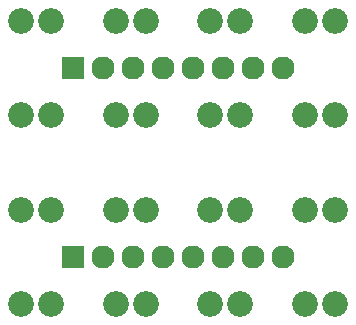
<source format=gts>
G04 (created by PCBNEW-RS274X (2011-aug-04)-testing) date Tue 12 Feb 2013 02:33:29 PM PST*
G01*
G70*
G90*
%MOIN*%
G04 Gerber Fmt 3.4, Leading zero omitted, Abs format*
%FSLAX34Y34*%
G04 APERTURE LIST*
%ADD10C,0.006000*%
%ADD11C,0.086000*%
%ADD12C,0.077000*%
%ADD13R,0.077000X0.077000*%
G04 APERTURE END LIST*
G54D10*
G54D11*
X30524Y-31024D03*
X31524Y-31024D03*
X27374Y-31024D03*
X28374Y-31024D03*
X24224Y-31024D03*
X25224Y-31024D03*
X21075Y-31024D03*
X22075Y-31024D03*
X30524Y-27874D03*
X31524Y-27874D03*
X27374Y-27874D03*
X28374Y-27874D03*
X24224Y-27874D03*
X25224Y-27874D03*
X21075Y-27874D03*
X22075Y-27874D03*
X30524Y-24724D03*
X31524Y-24724D03*
X27374Y-24724D03*
X28374Y-24724D03*
X24224Y-24724D03*
X25224Y-24724D03*
X21075Y-24724D03*
X22075Y-24724D03*
X30524Y-21575D03*
X31524Y-21575D03*
X27374Y-21575D03*
X28374Y-21575D03*
X24224Y-21575D03*
X25224Y-21575D03*
X21075Y-21575D03*
X22075Y-21575D03*
G54D12*
X23799Y-29449D03*
X24799Y-29449D03*
X25799Y-29449D03*
X26799Y-29449D03*
X27799Y-29449D03*
X28799Y-29449D03*
G54D13*
X22799Y-29449D03*
G54D12*
X29799Y-29449D03*
X23799Y-23150D03*
X24799Y-23150D03*
X25799Y-23150D03*
X26799Y-23150D03*
X27799Y-23150D03*
X28799Y-23150D03*
G54D13*
X22799Y-23150D03*
G54D12*
X29799Y-23150D03*
M02*

</source>
